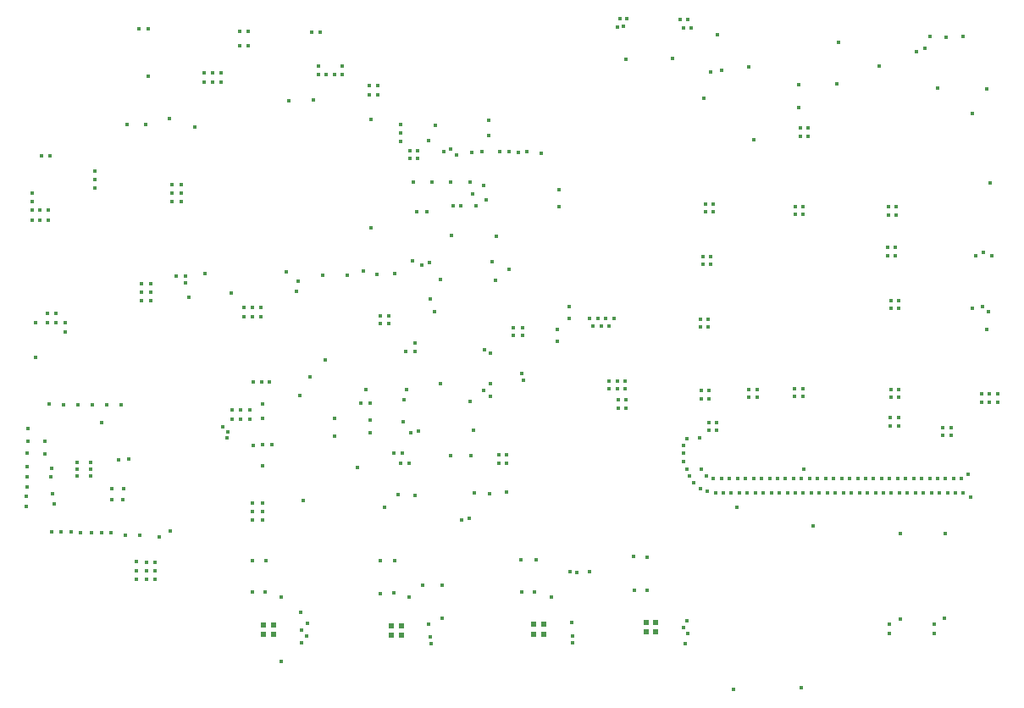
<source format=gbr>
%TF.GenerationSoftware,Altium Limited,Altium Designer,22.5.1 (42)*%
G04 Layer_Color=32896*
%FSLAX45Y45*%
%MOMM*%
%TF.SameCoordinates,BCC7A4F8-9605-4868-ACEC-D28EECC8EA53*%
%TF.FilePolarity,Positive*%
%TF.FileFunction,Other,Top_Covering*%
%TF.Part,Single*%
G01*
G75*
%TA.AperFunction,SMDPad,CuDef*%
%ADD216C,0.60960*%
%ADD217C,0.40000*%
D216*
X9315880Y2141340D02*
D03*
X9415880D02*
D03*
Y2241340D02*
D03*
X9315880D02*
D03*
X8190413Y2119973D02*
D03*
X8290413D02*
D03*
Y2219972D02*
D03*
X8190413D02*
D03*
X5491660Y2215440D02*
D03*
X5591660D02*
D03*
Y2115440D02*
D03*
X5491660D02*
D03*
X6769840Y2108010D02*
D03*
X6869840D02*
D03*
Y2208010D02*
D03*
X6769840D02*
D03*
D217*
X5379680Y2855150D02*
D03*
X5515730Y2854460D02*
D03*
X6800310Y2859230D02*
D03*
X6656840Y2858090D02*
D03*
X12580250Y5383250D02*
D03*
X11227520Y7620000D02*
D03*
X11244730Y8034960D02*
D03*
X10843250Y7383000D02*
D03*
X10844420Y7611490D02*
D03*
X8912560Y5280500D02*
D03*
X8945999Y5200117D02*
D03*
X8867579D02*
D03*
X8789159D02*
D03*
X7762890Y4495680D02*
D03*
Y4623150D02*
D03*
X8950510Y4570797D02*
D03*
X9028930D02*
D03*
Y4651180D02*
D03*
X8950510D02*
D03*
X9109350Y4653613D02*
D03*
Y4573230D02*
D03*
X12830400Y4442130D02*
D03*
Y4522513D02*
D03*
X12671560Y4520080D02*
D03*
X12749980D02*
D03*
Y4439697D02*
D03*
X12671560D02*
D03*
X12739370Y5346360D02*
D03*
X12680870Y5398440D02*
D03*
X10391740Y7063980D02*
D03*
X12614010Y5902420D02*
D03*
X8577610Y2234490D02*
D03*
X8584990Y2103570D02*
D03*
X8584220Y2037860D02*
D03*
X9705250Y2027890D02*
D03*
X5870880Y2165920D02*
D03*
X5872440Y2035020D02*
D03*
X7087587Y2613350D02*
D03*
X9726160Y2255440D02*
D03*
X9733750Y2126790D02*
D03*
X9694612Y2189168D02*
D03*
X6951530Y2493100D02*
D03*
X5672050Y1844690D02*
D03*
X5673570Y2493760D02*
D03*
X8372560Y2489480D02*
D03*
X8834140Y5280500D02*
D03*
X8755720D02*
D03*
X8082260Y5104560D02*
D03*
X7990530Y5107300D02*
D03*
X7755050Y3527360D02*
D03*
X7919630Y3538840D02*
D03*
X7841700Y3833557D02*
D03*
X7920120D02*
D03*
Y3913940D02*
D03*
X7841700D02*
D03*
X7600560Y3529440D02*
D03*
X5380995Y5389359D02*
D03*
X5295034Y5296929D02*
D03*
X5466501Y5389359D02*
D03*
X3980084Y3579779D02*
D03*
X3871654Y3132549D02*
D03*
X3970614Y3133569D02*
D03*
X4088424Y3461589D02*
D03*
X3975944Y3462109D02*
D03*
X4094124Y3579259D02*
D03*
X3371224Y3142259D02*
D03*
X3126774Y3694729D02*
D03*
X3128134Y3929949D02*
D03*
X3136434Y4177429D02*
D03*
X3134564Y4053179D02*
D03*
X3126774Y3792889D02*
D03*
X7943080Y6943770D02*
D03*
X8038507Y6938373D02*
D03*
X8127790Y6943770D02*
D03*
X7739840Y7262320D02*
D03*
X7740620Y7106526D02*
D03*
X7294040Y6943140D02*
D03*
X7009870Y5033880D02*
D03*
X7853380Y6944520D02*
D03*
X7674270Y6941420D02*
D03*
X7576040Y6940150D02*
D03*
X7693770Y4560370D02*
D03*
X7563450Y3904195D02*
D03*
X6747950Y5224580D02*
D03*
Y5304963D02*
D03*
X5744850Y7454010D02*
D03*
X3491785Y4413449D02*
D03*
X3638895Y4410819D02*
D03*
X3778115Y4412129D02*
D03*
X3927195Y4410819D02*
D03*
X4073635Y4412129D02*
D03*
X5466501Y5296929D02*
D03*
X5485400Y3808600D02*
D03*
X6563000Y7264150D02*
D03*
X6866470Y7135100D02*
D03*
X7144170Y7059580D02*
D03*
X5862944Y2339015D02*
D03*
X5928980Y2227790D02*
D03*
X5925360Y2101150D02*
D03*
X7144084Y2223877D02*
D03*
X7171018Y2026652D02*
D03*
X7156230Y2093340D02*
D03*
X7274159Y2281701D02*
D03*
X7281820Y2614270D02*
D03*
X5380350Y2541510D02*
D03*
X5508510Y2543000D02*
D03*
X6658580Y2527940D02*
D03*
X6794439Y2530789D02*
D03*
X8075169Y2545809D02*
D03*
X12313429Y8089029D02*
D03*
X12486369Y8093579D02*
D03*
X12233169Y7579859D02*
D03*
X12722969Y7572109D02*
D03*
X11648029Y7804659D02*
D03*
X10344410Y7792440D02*
D03*
X12719429Y5165109D02*
D03*
X12688082Y5941832D02*
D03*
X12770750Y5906110D02*
D03*
X12758540Y6634010D02*
D03*
X3511350Y5237430D02*
D03*
Y5145000D02*
D03*
X5180878Y4273209D02*
D03*
X5266384D02*
D03*
X5180878Y4365639D02*
D03*
X5352345Y4273209D02*
D03*
X5266384Y4365639D02*
D03*
X5352345D02*
D03*
X4319827Y2842835D02*
D03*
X4412257Y2757329D02*
D03*
X4319827D02*
D03*
X4412257Y2842835D02*
D03*
X4223790Y2672693D02*
D03*
Y2758654D02*
D03*
Y2844160D02*
D03*
X3872500Y4238330D02*
D03*
X5473330Y4644790D02*
D03*
X5554280D02*
D03*
X5392380D02*
D03*
X5479680Y4422570D02*
D03*
X5132570Y4145970D02*
D03*
X5131490Y4080910D02*
D03*
X5084320Y4189880D02*
D03*
X5574270Y4012480D02*
D03*
X5384554Y3264255D02*
D03*
X5480590Y3262930D02*
D03*
Y3348891D02*
D03*
X6109770Y4866700D02*
D03*
X5854410Y4507680D02*
D03*
X5961810Y4692290D02*
D03*
X6629250Y5720090D02*
D03*
X6805260Y5724150D02*
D03*
X8199590Y2540150D02*
D03*
X6954790Y6954160D02*
D03*
X7033660Y6956560D02*
D03*
X6956640Y6880240D02*
D03*
X7034260Y6879540D02*
D03*
X4339800Y7702320D02*
D03*
X6864820Y7044130D02*
D03*
X4245690Y8171880D02*
D03*
X4340880Y8169020D02*
D03*
X4556280Y7274290D02*
D03*
X4124580Y7215210D02*
D03*
X4318850Y7215220D02*
D03*
X8426040Y5167320D02*
D03*
Y5049540D02*
D03*
X10802610Y4497617D02*
D03*
X10881030D02*
D03*
Y4578000D02*
D03*
X10802610D02*
D03*
X11761600Y4489217D02*
D03*
X11840020D02*
D03*
Y4569600D02*
D03*
X11761600D02*
D03*
X9861552Y5192841D02*
D03*
X9939972D02*
D03*
Y5273224D02*
D03*
X9861552D02*
D03*
X9887582Y5819371D02*
D03*
X9966002D02*
D03*
Y5899754D02*
D03*
X9887582D02*
D03*
X11728532Y5907401D02*
D03*
X11806952D02*
D03*
Y5987784D02*
D03*
X11728532D02*
D03*
X11761852Y5377131D02*
D03*
X11840272D02*
D03*
Y5457514D02*
D03*
X11761852D02*
D03*
X10807442Y6317911D02*
D03*
X10885862D02*
D03*
Y6398294D02*
D03*
X10807442D02*
D03*
X9912017Y6423810D02*
D03*
X9990437D02*
D03*
Y6343426D02*
D03*
X9912017D02*
D03*
X11741607Y6391810D02*
D03*
X11820027D02*
D03*
Y6311427D02*
D03*
X11741607D02*
D03*
X10859477Y7181930D02*
D03*
X10937897D02*
D03*
Y7101546D02*
D03*
X10859477D02*
D03*
X9036847Y4461020D02*
D03*
X9115267D02*
D03*
Y4380636D02*
D03*
X9036847D02*
D03*
X10345627Y4568830D02*
D03*
X10424047D02*
D03*
Y4488446D02*
D03*
X10345627D02*
D03*
X11760267Y4283290D02*
D03*
X11838687D02*
D03*
Y4202907D02*
D03*
X11760267D02*
D03*
X12285127Y4185370D02*
D03*
X12363547D02*
D03*
Y4104986D02*
D03*
X12285127D02*
D03*
X7989180Y5188100D02*
D03*
X8080890Y5185340D02*
D03*
X8450340Y6563140D02*
D03*
X8449500Y6397770D02*
D03*
X8545255Y5280876D02*
D03*
Y5398656D02*
D03*
X10890880Y3768950D02*
D03*
X8998200Y5278810D02*
D03*
X7150500Y5840250D02*
D03*
X7206910Y7210520D02*
D03*
X8268683Y6926103D02*
D03*
X7420082Y6915182D02*
D03*
X7366132Y6969133D02*
D03*
X5991980Y7460490D02*
D03*
X5485570Y4013120D02*
D03*
X6202850Y4104670D02*
D03*
X5486010Y4277030D02*
D03*
X5393680Y4009930D02*
D03*
X3275119Y6905608D02*
D03*
X3355290Y6905860D02*
D03*
X4670230Y6616807D02*
D03*
Y6531301D02*
D03*
Y6445340D02*
D03*
X4574194Y6446665D02*
D03*
Y6532626D02*
D03*
Y6618132D02*
D03*
X10867340Y1585150D02*
D03*
X3420939Y5238363D02*
D03*
Y5330794D02*
D03*
X3334978Y5238363D02*
D03*
Y5330794D02*
D03*
X4319827Y2671368D02*
D03*
X4412257D02*
D03*
X4743550Y5488340D02*
D03*
X4712020Y5633300D02*
D03*
X5380995Y5296929D02*
D03*
X5295034Y5389359D02*
D03*
X6658450Y5224580D02*
D03*
Y5304963D02*
D03*
X7370153Y6107832D02*
D03*
X6080360Y5706180D02*
D03*
X5837410Y5648080D02*
D03*
X5824500Y5552200D02*
D03*
X3398750Y3420050D02*
D03*
X4802550Y7188960D02*
D03*
X3350413Y4421153D02*
D03*
X3385690Y3521170D02*
D03*
X3306854Y4049679D02*
D03*
X3211160Y5232370D02*
D03*
Y4890360D02*
D03*
X4712670Y5698730D02*
D03*
X4621060D02*
D03*
X4907930Y5726250D02*
D03*
X5171220Y5534770D02*
D03*
X11859050Y2274420D02*
D03*
X12297440Y2276780D02*
D03*
X11750551Y2224179D02*
D03*
Y2128750D02*
D03*
X12198270Y2125439D02*
D03*
Y2220869D02*
D03*
X7473810Y3264490D02*
D03*
X7549560Y3279190D02*
D03*
X10222340Y3390950D02*
D03*
X3309774Y3925859D02*
D03*
X5384554Y3350216D02*
D03*
Y3435722D02*
D03*
X5480590Y3434397D02*
D03*
X3468724Y3140369D02*
D03*
X3667072Y3137391D02*
D03*
X3565824Y3139939D02*
D03*
X3374140Y3777930D02*
D03*
X3370747Y3690387D02*
D03*
X3773364Y3134499D02*
D03*
X4114694Y3112449D02*
D03*
X4253114Y3110319D02*
D03*
X4454580Y3091760D02*
D03*
X4560570Y3150270D02*
D03*
X7466330Y6407110D02*
D03*
X7388000Y6405770D02*
D03*
X9112725Y7869838D02*
D03*
X9585285Y7876868D02*
D03*
X10193570Y1571460D02*
D03*
X3126340Y3592030D02*
D03*
X3122540Y3394189D02*
D03*
Y3499419D02*
D03*
X10990280Y3200910D02*
D03*
X6332680Y5712230D02*
D03*
X7124680Y6344360D02*
D03*
X6559512Y4257689D02*
D03*
X6966059Y4134110D02*
D03*
X6560270Y4138350D02*
D03*
X6944043Y3831897D02*
D03*
X6866330Y3831190D02*
D03*
X7366059Y3909474D02*
D03*
X7071140Y5809412D02*
D03*
X6894030Y4462160D02*
D03*
X7160950Y5469960D02*
D03*
X7259600Y5669010D02*
D03*
X7587770Y4162888D02*
D03*
X6978250Y5852340D02*
D03*
X7027100Y6346030D02*
D03*
X6864280Y7214570D02*
D03*
X6491600Y5755590D02*
D03*
X7702370Y4965720D02*
D03*
X7756825Y4929502D02*
D03*
X7557280Y4451510D02*
D03*
X9942457Y4159887D02*
D03*
X10020877D02*
D03*
X9942457Y4240270D02*
D03*
X10020877D02*
D03*
X9848523Y4081384D02*
D03*
X9871788Y3772184D02*
D03*
X9917407Y3706466D02*
D03*
X9991361Y3675958D02*
D03*
X10071358Y3675242D02*
D03*
X10151358D02*
D03*
X10231357D02*
D03*
X10311357D02*
D03*
X10391357D02*
D03*
X10471357D02*
D03*
X10551357D02*
D03*
X10631357D02*
D03*
X10711357D02*
D03*
X10791356D02*
D03*
X10871356D02*
D03*
X10951356D02*
D03*
X11031356D02*
D03*
X11111356D02*
D03*
X11191356D02*
D03*
X11271355D02*
D03*
X11351355D02*
D03*
X11431355D02*
D03*
X11511355D02*
D03*
X11591355D02*
D03*
X11671355D02*
D03*
X11751354D02*
D03*
X11831354D02*
D03*
X11911354D02*
D03*
X11991354D02*
D03*
X12071354D02*
D03*
X12151354D02*
D03*
X12231353D02*
D03*
X12311353D02*
D03*
X12391353D02*
D03*
X12471353D02*
D03*
X12540152Y3716066D02*
D03*
X12559692Y3494835D02*
D03*
X12489236Y3532728D02*
D03*
X12409338Y3536778D02*
D03*
X12329338D02*
D03*
X12249338D02*
D03*
X12169339D02*
D03*
X12089339D02*
D03*
X12009339D02*
D03*
X11929339D02*
D03*
X11849339D02*
D03*
X11769339D02*
D03*
X11689340D02*
D03*
X11609340D02*
D03*
X11529340D02*
D03*
X11449340D02*
D03*
X11369340D02*
D03*
X11289340D02*
D03*
X11209341D02*
D03*
X11129341D02*
D03*
X11049341D02*
D03*
X10969341D02*
D03*
X10889341D02*
D03*
X10809341D02*
D03*
X10729342D02*
D03*
X10649342D02*
D03*
X10569342D02*
D03*
X10489342D02*
D03*
X10409342D02*
D03*
X10329342D02*
D03*
X10249342D02*
D03*
X10169343D02*
D03*
X10089343D02*
D03*
X10009343D02*
D03*
X9929917Y3546343D02*
D03*
X9856716Y3578616D02*
D03*
X9797152Y3632021D02*
D03*
X9753195Y3698862D02*
D03*
X9724140Y3773399D02*
D03*
X9693937Y3847479D02*
D03*
Y3927479D02*
D03*
Y4007478D02*
D03*
X9728832Y4079467D02*
D03*
X9947189Y4556356D02*
D03*
Y4475973D02*
D03*
X9868769D02*
D03*
Y4556356D02*
D03*
X9123190Y8271060D02*
D03*
X9052330D02*
D03*
X9028281Y8193057D02*
D03*
X9694407Y8183820D02*
D03*
X9658227Y8264010D02*
D03*
X9735580D02*
D03*
X9771760Y8183820D02*
D03*
X6282070Y7715460D02*
D03*
X6038190Y7803796D02*
D03*
X6279230Y7799590D02*
D03*
X6038190Y7715460D02*
D03*
X6200777D02*
D03*
X6119483D02*
D03*
X4900923Y7733590D02*
D03*
X5072390Y7641160D02*
D03*
X4986884Y7733590D02*
D03*
Y7641160D02*
D03*
X5072390Y7733590D02*
D03*
X5337370Y8144630D02*
D03*
X5253750Y8004360D02*
D03*
X5251864Y8144630D02*
D03*
X5339256Y8004360D02*
D03*
X6061800Y8140650D02*
D03*
X5976294D02*
D03*
X6634226Y7608547D02*
D03*
X6548720Y7516117D02*
D03*
Y7608547D02*
D03*
X6634226Y7516117D02*
D03*
X4274690Y5623117D02*
D03*
X4367120D02*
D03*
X4274690Y5451650D02*
D03*
X4367120Y5537156D02*
D03*
X4274690D02*
D03*
X4367120Y5451650D02*
D03*
X6892080Y4244810D02*
D03*
X6514505Y4569040D02*
D03*
X6202220Y4281920D02*
D03*
X6434909Y3791339D02*
D03*
X6925060Y4562280D02*
D03*
X12581230Y7326140D02*
D03*
X4043530Y3867320D02*
D03*
X4144945Y3868888D02*
D03*
X3628060Y3837320D02*
D03*
Y3701180D02*
D03*
Y3770263D02*
D03*
X3767250D02*
D03*
Y3837320D02*
D03*
Y3701180D02*
D03*
X8093310Y4656220D02*
D03*
X8077309Y4730340D02*
D03*
X6915810Y4944440D02*
D03*
X7005310D02*
D03*
X7262602Y4621548D02*
D03*
X6467272Y4433689D02*
D03*
X6556773D02*
D03*
X6883250Y3929200D02*
D03*
X6795980Y3934140D02*
D03*
X7039891Y4152723D02*
D03*
X7007060Y3507260D02*
D03*
X6837120Y3519280D02*
D03*
X9890480Y7479260D02*
D03*
X10033806Y8109756D02*
D03*
X10075202Y7758136D02*
D03*
X9959000Y7741700D02*
D03*
X7944160Y5770970D02*
D03*
X7822280Y6100460D02*
D03*
X7696805Y6610358D02*
D03*
X7581087Y6520749D02*
D03*
X7553791Y6643816D02*
D03*
X7365245D02*
D03*
X7176698D02*
D03*
X6988152D02*
D03*
X7808340Y5656770D02*
D03*
X7779930Y5841780D02*
D03*
X11857870Y3125940D02*
D03*
X12153020Y8094380D02*
D03*
X12107243Y7974795D02*
D03*
X12018620Y7946170D02*
D03*
X3179650Y6534647D02*
D03*
Y6449141D02*
D03*
Y6363180D02*
D03*
X3342990D02*
D03*
X3257484D02*
D03*
X3808730Y6579490D02*
D03*
Y6665450D02*
D03*
Y6750956D02*
D03*
X3257484Y6260600D02*
D03*
X3342990D02*
D03*
X3179650D02*
D03*
X9091661Y8201187D02*
D03*
X6698640Y3393690D02*
D03*
X5717860Y5745049D02*
D03*
X4900923Y7641160D02*
D03*
X6570960Y6182790D02*
D03*
X7616600Y6403070D02*
D03*
X7718280Y6466250D02*
D03*
X7201530Y5346950D02*
D03*
X9192110Y2898840D02*
D03*
X8214420Y2868430D02*
D03*
X8066000Y2864660D02*
D03*
X9329270Y2891980D02*
D03*
X8552910Y2743170D02*
D03*
X8748250Y2743090D02*
D03*
X9324809Y2558279D02*
D03*
X8628687Y2736921D02*
D03*
X9196539Y2561819D02*
D03*
X12306330Y3125940D02*
D03*
X5889952Y3456165D02*
D03*
%TF.MD5,1e39c49d1c7a4db1ec93179fdcb49b2d*%
M02*

</source>
